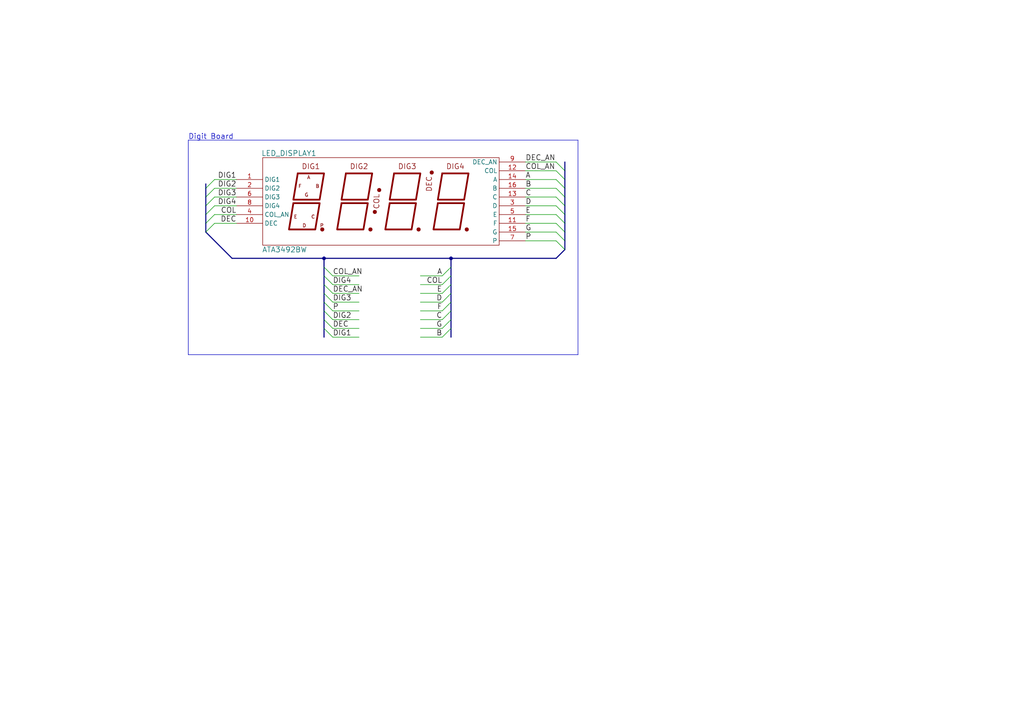
<source format=kicad_sch>
(kicad_sch (version 20230121) (generator eeschema)
  (paper "A4")
  (title_block (title "Digit Board") (date "07 December 2014"))
  (lib_symbols
    (symbol "cylindric:ATA3492BW"
      (property "Reference" "LED" (at -30.48 13.97 0))
      (property "Value" "ATA3492BW" (at -26.67 -13.97 0))
      (symbol "ATA3492BW_0_0"
        (text "A" (at -19.685 6.985 0) (effects (font (size 0.9906 0.9906))))
        (text "B" (at -17.145 4.445 0) (effects (font (size 0.9906 0.9906))))
        (text "C" (at -18.415 -4.445 0) (effects (font (size 0.9906 0.9906))))
        (text "COL" (at 0 0 900) (effects (font (size 1.524 1.524))))
        (text "D" (at -20.955 -6.985 0) (effects (font (size 0.9906 0.9906))))
        (text "DEC" (at 15.24 5.08 900) (effects (font (size 1.524 1.524))))
        (text "DIG1" (at -19.05 10.16 0) (effects (font (size 1.524 1.524))))
        (text "DIG2" (at -5.08 10.16 0) (effects (font (size 1.524 1.524))))
        (text "DIG3" (at 8.89 10.16 0) (effects (font (size 1.524 1.524))))
        (text "DIG4" (at 22.86 10.16 0) (effects (font (size 1.524 1.524))))
        (text "E" (at -23.495 -4.445 0) (effects (font (size 0.9906 0.9906))))
        (text "F" (at -22.225 4.445 0) (effects (font (size 0.9906 0.9906))))
        (text "G" (at -20.32 1.905 0) (effects (font (size 0.9906 0.9906))))
        (text "P" (at -15.875 -6.985 0) (effects (font (size 0.9906 0.9906))))
      )
      (symbol "ATA3492BW_0_1"
        (rectangle (start -33.02 12.7) (end 35.56 -12.7))
        (circle (center -15.748 -8.128) (radius 0.508) (fill (type outline)))
        (circle (center -1.778 -8.128) (radius 0.508) (fill (type outline)))
        (circle (center -0.508 -3.048) (radius 0.508) (fill (type outline)))
        (polyline (pts (xy -24.13 -0.508) (xy -16.51 -0.508) (xy -17.78 -8.128) (xy -25.4 -8.128) (xy -24.13 -0.508) (xy -24.13 -0.508)) (stroke (width 0.508)))
        (polyline (pts (xy -22.86 8.128) (xy -15.24 8.128) (xy -16.51 0.508) (xy -24.13 0.508) (xy -22.86 8.128) (xy -22.86 8.128)) (stroke (width 0.508)))
        (polyline (pts (xy -10.16 -0.508) (xy -2.54 -0.508) (xy -3.81 -8.128) (xy -11.43 -8.128) (xy -10.16 -0.508) (xy -10.16 -0.508)) (stroke (width 0.508)))
        (polyline (pts (xy -8.89 8.128) (xy -1.27 8.128) (xy -2.54 0.508) (xy -10.16 0.508) (xy -8.89 8.128) (xy -8.89 8.128)) (stroke (width 0.508)))
        (polyline (pts (xy 3.81 -0.508) (xy 11.43 -0.508) (xy 10.16 -8.128) (xy 2.54 -8.128) (xy 3.81 -0.508) (xy 3.81 -0.508)) (stroke (width 0.508)))
        (polyline (pts (xy 5.08 8.128) (xy 12.7 8.128) (xy 11.43 0.508) (xy 3.81 0.508) (xy 5.08 8.128) (xy 5.08 8.128)) (stroke (width 0.508)))
        (polyline (pts (xy 17.78 -0.508) (xy 25.4 -0.508) (xy 24.13 -8.128) (xy 16.51 -8.128) (xy 17.78 -0.508) (xy 17.78 -0.508)) (stroke (width 0.508)))
        (polyline (pts (xy 19.05 8.128) (xy 26.67 8.128) (xy 25.4 0.508) (xy 17.78 0.508) (xy 19.05 8.128) (xy 19.05 8.128)) (stroke (width 0.508)))
        (circle (center 0.762 3.302) (radius 0.508) (fill (type outline)))
        (circle (center 12.192 -8.128) (radius 0.508) (fill (type outline)))
        (circle (center 16.002 8.382) (radius 0.508) (fill (type outline)))
        (circle (center 26.162 -8.128) (radius 0.508) (fill (type outline)))
      )
      (symbol "ATA3492BW_1_1"
        (pin input line (at -40.64 6.35 0) (length 7.62) (name "DIG1") (number "1"))
        (pin input line (at -40.64 -6.35 0) (length 7.62) (name "DEC") (number "10"))
        (pin input line (at 43.18 -6.35 180) (length 7.62) (name "F") (number "11"))
        (pin input line (at 43.18 8.89 180) (length 7.62) (name "COL") (number "12"))
        (pin input line (at 43.18 1.27 180) (length 7.62) (name "C") (number "13"))
        (pin input line (at 43.18 6.35 180) (length 7.62) (name "A") (number "14"))
        (pin input line (at 43.18 -8.89 180) (length 7.62) (name "G") (number "15"))
        (pin input line (at 43.18 3.81 180) (length 7.62) (name "B") (number "16"))
        (pin input line (at -40.64 3.81 0) (length 7.62) (name "DIG2") (number "2"))
        (pin input line (at 43.18 -1.27 180) (length 7.62) (name "D") (number "3"))
        (pin input line (at -40.64 -3.81 0) (length 7.62) (name "COL_AN") (number "4"))
        (pin input line (at 43.18 -3.81 180) (length 7.62) (name "E") (number "5"))
        (pin input line (at -40.64 1.27 0) (length 7.62) (name "DIG3") (number "6"))
        (pin input line (at 43.18 -11.43 180) (length 7.62) (name "P") (number "7"))
        (pin input line (at -40.64 -1.27 0) (length 7.62) (name "DIG4") (number "8"))
        (pin input line (at 43.18 11.43 180) (length 7.62) (name "DEC_AN") (number "9"))
      )
    )
  )
  (junction (at 93.98 74.93))
  (junction (at 130.81 74.93))
  (bus_entry (at 161.29 64.77) (size 2.54 2.54))
  (bus_entry (at 59.69 62.23) (size 2.54 -2.54))
  (bus_entry (at 93.98 95.25) (size 2.54 2.54))
  (bus_entry (at 93.98 85.09) (size 2.54 2.54))
  (bus_entry (at 59.69 59.69) (size 2.54 -2.54))
  (bus_entry (at 59.69 54.61) (size 2.54 -2.54))
  (bus_entry (at 93.98 87.63) (size 2.54 2.54))
  (bus_entry (at 128.27 85.09) (size 2.54 -2.54))
  (bus_entry (at 128.27 80.01) (size 2.54 -2.54))
  (bus_entry (at 128.27 95.25) (size 2.54 -2.54))
  (bus_entry (at 161.29 69.85) (size 2.54 2.54))
  (bus_entry (at 93.98 77.47) (size 2.54 2.54))
  (bus_entry (at 128.27 82.55) (size 2.54 -2.54))
  (bus_entry (at 128.27 87.63) (size 2.54 -2.54))
  (bus_entry (at 128.27 92.71) (size 2.54 -2.54))
  (bus_entry (at 161.29 67.31) (size 2.54 2.54))
  (bus_entry (at 93.98 82.55) (size 2.54 2.54))
  (bus_entry (at 59.69 67.31) (size 2.54 -2.54))
  (bus_entry (at 161.29 46.99) (size 2.54 2.54))
  (bus_entry (at 59.69 57.15) (size 2.54 -2.54))
  (bus_entry (at 93.98 92.71) (size 2.54 2.54))
  (bus_entry (at 128.27 97.79) (size 2.54 -2.54))
  (bus_entry (at 161.29 52.07) (size 2.54 2.54))
  (bus_entry (at 161.29 54.61) (size 2.54 2.54))
  (bus_entry (at 59.69 64.77) (size 2.54 -2.54))
  (bus_entry (at 128.27 90.17) (size 2.54 -2.54))
  (bus_entry (at 161.29 49.53) (size 2.54 2.54))
  (bus_entry (at 161.29 62.23) (size 2.54 2.54))
  (bus_entry (at 161.29 57.15) (size 2.54 2.54))
  (bus_entry (at 93.98 90.17) (size 2.54 2.54))
  (bus_entry (at 93.98 80.01) (size 2.54 2.54))
  (bus_entry (at 161.29 59.69) (size 2.54 2.54))
  (bus (pts (xy 93.98 95.25) (xy 93.98 97.79)))
  (bus (pts (xy 130.81 74.93) (xy 161.29 74.93)))
  (polyline (pts (xy 54.61 40.64) (xy 54.61 102.87)))
  (wire (pts (xy 62.23 64.77) (xy 68.58 64.77)))
  (bus (pts (xy 59.69 64.77) (xy 59.69 67.31)))
  (bus (pts (xy 130.81 80.01) (xy 130.81 82.55)))
  (bus (pts (xy 163.83 67.31) (xy 163.83 64.77)))
  (bus (pts (xy 59.69 67.31) (xy 67.31 74.93)))
  (wire (pts (xy 161.29 54.61) (xy 152.4 54.61)))
  (wire (pts (xy 104.14 82.55) (xy 96.52 82.55)))
  (bus (pts (xy 93.98 92.71) (xy 93.98 95.25)))
  (wire (pts (xy 121.92 80.01) (xy 128.27 80.01)))
  (bus (pts (xy 93.98 80.01) (xy 93.98 82.55)))
  (wire (pts (xy 121.92 92.71) (xy 128.27 92.71)))
  (bus (pts (xy 163.83 59.69) (xy 163.83 57.15)))
  (bus (pts (xy 59.69 57.15) (xy 59.69 59.69)))
  (polyline (pts (xy 167.64 40.64) (xy 54.61 40.64)))
  (wire (pts (xy 121.92 87.63) (xy 128.27 87.63)))
  (wire (pts (xy 121.92 97.79) (xy 128.27 97.79)))
  (wire (pts (xy 62.23 57.15) (xy 68.58 57.15)))
  (wire (pts (xy 161.29 69.85) (xy 152.4 69.85)))
  (bus (pts (xy 163.83 57.15) (xy 163.83 54.61)))
  (bus (pts (xy 130.81 85.09) (xy 130.81 87.63)))
  (bus (pts (xy 93.98 74.93) (xy 93.98 77.47)))
  (wire (pts (xy 104.14 97.79) (xy 96.52 97.79)))
  (wire (pts (xy 62.23 52.07) (xy 68.58 52.07)))
  (bus (pts (xy 163.83 49.53) (xy 163.83 46.99)))
  (wire (pts (xy 104.14 87.63) (xy 96.52 87.63)))
  (bus (pts (xy 93.98 90.17) (xy 93.98 92.71)))
  (wire (pts (xy 121.92 90.17) (xy 128.27 90.17)))
  (polyline (pts (xy 167.64 102.87) (xy 167.64 40.64)))
  (wire (pts (xy 104.14 90.17) (xy 96.52 90.17)))
  (bus (pts (xy 130.81 77.47) (xy 130.81 80.01)))
  (wire (pts (xy 161.29 57.15) (xy 152.4 57.15)))
  (wire (pts (xy 161.29 64.77) (xy 152.4 64.77)))
  (wire (pts (xy 152.4 62.23) (xy 161.29 62.23)))
  (wire (pts (xy 161.29 46.99) (xy 152.4 46.99)))
  (bus (pts (xy 163.83 54.61) (xy 163.83 52.07)))
  (wire (pts (xy 121.92 95.25) (xy 128.27 95.25)))
  (wire (pts (xy 104.14 80.01) (xy 96.52 80.01)))
  (bus (pts (xy 59.69 62.23) (xy 59.69 64.77)))
  (wire (pts (xy 121.92 85.09) (xy 128.27 85.09)))
  (wire (pts (xy 62.23 54.61) (xy 68.58 54.61)))
  (wire (pts (xy 104.14 85.09) (xy 96.52 85.09)))
  (bus (pts (xy 59.69 53.34) (xy 59.69 54.61)))
  (bus (pts (xy 163.83 69.85) (xy 163.83 67.31)))
  (polyline (pts (xy 54.61 102.87) (xy 167.64 102.87)))
  (wire (pts (xy 62.23 59.69) (xy 68.58 59.69)))
  (bus (pts (xy 130.81 92.71) (xy 130.81 95.25)))
  (bus (pts (xy 93.98 77.47) (xy 93.98 80.01)))
  (wire (pts (xy 121.92 82.55) (xy 128.27 82.55)))
  (wire (pts (xy 161.29 67.31) (xy 152.4 67.31)))
  (bus (pts (xy 130.81 82.55) (xy 130.81 85.09)))
  (wire (pts (xy 161.29 49.53) (xy 152.4 49.53)))
  (bus (pts (xy 163.83 52.07) (xy 163.83 49.53)))
  (wire (pts (xy 104.14 92.71) (xy 96.52 92.71)))
  (bus (pts (xy 161.29 74.93) (xy 163.83 72.39)))
  (wire (pts (xy 104.14 95.25) (xy 96.52 95.25)))
  (bus (pts (xy 130.81 95.25) (xy 130.81 97.79)))
  (bus (pts (xy 67.31 74.93) (xy 93.98 74.93)))
  (wire (pts (xy 62.23 62.23) (xy 68.58 62.23)))
  (bus (pts (xy 93.98 82.55) (xy 93.98 85.09)))
  (bus (pts (xy 93.98 85.09) (xy 93.98 87.63)))
  (bus (pts (xy 59.69 59.69) (xy 59.69 62.23)))
  (bus (pts (xy 93.98 74.93) (xy 130.81 74.93)))
  (wire (pts (xy 161.29 59.69) (xy 152.4 59.69)))
  (bus (pts (xy 163.83 64.77) (xy 163.83 62.23)))
  (wire (pts (xy 161.29 52.07) (xy 152.4 52.07)))
  (bus (pts (xy 130.81 90.17) (xy 130.81 92.71)))
  (bus (pts (xy 59.69 54.61) (xy 59.69 57.15)))
  (bus (pts (xy 93.98 87.63) (xy 93.98 90.17)))
  (bus (pts (xy 163.83 72.39) (xy 163.83 69.85)))
  (bus (pts (xy 130.81 87.63) (xy 130.81 90.17)))
  (bus (pts (xy 163.83 62.23) (xy 163.83 59.69)))
  (bus (pts (xy 130.81 74.93) (xy 130.81 77.47)))
  (text "Digit Board" (at 54.61 40.64 0) (effects (font (size 1.524 1.524)) (justify left bottom)))
  (label "DIG4" (at 96.52 82.55 0) (effects (font (size 1.524 1.524))))
  (label "A" (at 152.4 52.07 0) (effects (font (size 1.524 1.524))))
  (label "C" (at 152.4 57.15 0) (effects (font (size 1.524 1.524))))
  (label "B" (at 128.27 97.79 180) (effects (font (size 1.524 1.524))))
  (label "COL_AN" (at 96.52 80.01 0) (effects (font (size 1.524 1.524))))
  (label "C" (at 128.27 92.71 180) (effects (font (size 1.524 1.524))))
  (label "DIG2" (at 96.52 92.71 0) (effects (font (size 1.524 1.524))))
  (label "P" (at 152.4 69.85 0) (effects (font (size 1.524 1.524))))
  (label "E" (at 152.4 62.23 0) (effects (font (size 1.524 1.524))))
  (label "D" (at 152.4 59.69 0) (effects (font (size 1.524 1.524))))
  (label "DIG4" (at 68.58 59.69 180) (effects (font (size 1.524 1.524))))
  (label "G" (at 128.27 95.25 180) (effects (font (size 1.524 1.524))))
  (label "COL_AN" (at 152.4 49.53 0) (effects (font (size 1.524 1.524))))
  (label "G" (at 152.4 67.31 0) (effects (font (size 1.524 1.524))))
  (label "B" (at 152.4 54.61 0) (effects (font (size 1.524 1.524))))
  (label "A" (at 128.27 80.01 180) (effects (font (size 1.524 1.524))))
  (label "DIG3" (at 68.58 57.15 180) (effects (font (size 1.524 1.524))))
  (label "COL" (at 68.58 62.23 180) (effects (font (size 1.524 1.524))))
  (label "P" (at 96.52 90.17 0) (effects (font (size 1.524 1.524))))
  (label "D" (at 128.27 87.63 180) (effects (font (size 1.524 1.524))))
  (label "DIG3" (at 96.52 87.63 0) (effects (font (size 1.524 1.524))))
  (label "COL" (at 128.27 82.55 180) (effects (font (size 1.524 1.524))))
  (label "F" (at 128.27 90.17 180) (effects (font (size 1.524 1.524))))
  (label "DIG1" (at 68.58 52.07 180) (effects (font (size 1.524 1.524))))
  (label "DEC" (at 96.52 95.25 0) (effects (font (size 1.524 1.524))))
  (label "DIG2" (at 68.58 54.61 180) (effects (font (size 1.524 1.524))))
  (label "E" (at 128.27 85.09 180) (effects (font (size 1.524 1.524))))
  (label "DEC" (at 68.58 64.77 180) (effects (font (size 1.524 1.524))))
  (label "DEC_AN" (at 152.4 46.99 0) (effects (font (size 1.524 1.524))))
  (label "DEC_AN" (at 96.52 85.09 0) (effects (font (size 1.524 1.524))))
  (label "DIG1" (at 96.52 97.79 0) (effects (font (size 1.524 1.524))))
  (label "F" (at 152.4 64.77 0) (effects (font (size 1.524 1.524))))
  (symbol (lib_id "DIL16") (at 113.03 88.9 0) (unit 1)
    (property "Reference" "P1" (at 113.03 77.47 0) (effects (font (size 1.524 1.524))))
    (property "Value" "LED_DISPLAY" (at 113.03 88.9 90))
    (property "Footprint" "Pin_Headers:Pin_Header_Straight_2x08" (effects hide))
  )
  (symbol (lib_id "cylindric:ATA3492BW") (at 109.22 58.42 0) (unit 1)
    (property "Reference" "LED_DISPLAY1" (at 83.82 44.45 0) (effects (font (size 1.524 1.524))))
    (property "Value" "ATA3492BW" (at 82.55 72.39 0) (effects (font (size 1.524 1.524))))
    (property "Footprint" "Cylindric:4DIG_7SEG_ATA3492BW" (effects hide))
  )
)
</source>
